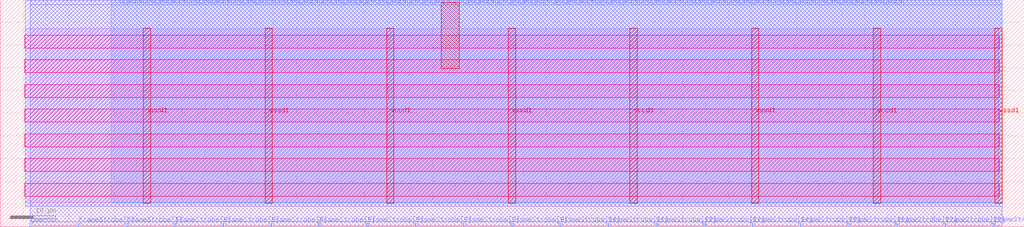
<source format=lef>
VERSION 5.7 ;
  NOWIREEXTENSIONATPIN ON ;
  DIVIDERCHAR "/" ;
  BUSBITCHARS "[]" ;
MACRO S_term_DSP
  CLASS BLOCK ;
  FOREIGN S_term_DSP ;
  ORIGIN 0.000 0.000 ;
  SIZE 225.000 BY 50.000 ;
  PIN FrameStrobe[0]
    DIRECTION INPUT ;
    USE SIGNAL ;
    ANTENNAGATEAREA 0.196500 ;
    PORT
      LAYER met2 ;
        RECT 17.110 0.000 17.390 0.800 ;
    END
  END FrameStrobe[0]
  PIN FrameStrobe[10]
    DIRECTION INPUT ;
    USE SIGNAL ;
    ANTENNAGATEAREA 0.196500 ;
    PORT
      LAYER met2 ;
        RECT 122.910 0.000 123.190 0.800 ;
    END
  END FrameStrobe[10]
  PIN FrameStrobe[11]
    DIRECTION INPUT ;
    USE SIGNAL ;
    ANTENNAGATEAREA 0.196500 ;
    PORT
      LAYER met2 ;
        RECT 133.490 0.000 133.770 0.800 ;
    END
  END FrameStrobe[11]
  PIN FrameStrobe[12]
    DIRECTION INPUT ;
    USE SIGNAL ;
    ANTENNAGATEAREA 0.196500 ;
    PORT
      LAYER met2 ;
        RECT 144.070 0.000 144.350 0.800 ;
    END
  END FrameStrobe[12]
  PIN FrameStrobe[13]
    DIRECTION INPUT ;
    USE SIGNAL ;
    ANTENNAGATEAREA 0.196500 ;
    PORT
      LAYER met2 ;
        RECT 154.650 0.000 154.930 0.800 ;
    END
  END FrameStrobe[13]
  PIN FrameStrobe[14]
    DIRECTION INPUT ;
    USE SIGNAL ;
    ANTENNAGATEAREA 0.196500 ;
    PORT
      LAYER met2 ;
        RECT 165.230 0.000 165.510 0.800 ;
    END
  END FrameStrobe[14]
  PIN FrameStrobe[15]
    DIRECTION INPUT ;
    USE SIGNAL ;
    ANTENNAGATEAREA 0.196500 ;
    PORT
      LAYER met2 ;
        RECT 175.810 0.000 176.090 0.800 ;
    END
  END FrameStrobe[15]
  PIN FrameStrobe[16]
    DIRECTION INPUT ;
    USE SIGNAL ;
    ANTENNAGATEAREA 0.196500 ;
    PORT
      LAYER met2 ;
        RECT 186.390 0.000 186.670 0.800 ;
    END
  END FrameStrobe[16]
  PIN FrameStrobe[17]
    DIRECTION INPUT ;
    USE SIGNAL ;
    ANTENNAGATEAREA 0.196500 ;
    PORT
      LAYER met2 ;
        RECT 196.970 0.000 197.250 0.800 ;
    END
  END FrameStrobe[17]
  PIN FrameStrobe[18]
    DIRECTION INPUT ;
    USE SIGNAL ;
    ANTENNAGATEAREA 0.196500 ;
    PORT
      LAYER met2 ;
        RECT 207.550 0.000 207.830 0.800 ;
    END
  END FrameStrobe[18]
  PIN FrameStrobe[19]
    DIRECTION INPUT ;
    USE SIGNAL ;
    ANTENNAGATEAREA 0.196500 ;
    PORT
      LAYER met2 ;
        RECT 218.130 0.000 218.410 0.800 ;
    END
  END FrameStrobe[19]
  PIN FrameStrobe[1]
    DIRECTION INPUT ;
    USE SIGNAL ;
    ANTENNAGATEAREA 0.196500 ;
    PORT
      LAYER met2 ;
        RECT 27.690 0.000 27.970 0.800 ;
    END
  END FrameStrobe[1]
  PIN FrameStrobe[2]
    DIRECTION INPUT ;
    USE SIGNAL ;
    ANTENNAGATEAREA 0.196500 ;
    PORT
      LAYER met2 ;
        RECT 38.270 0.000 38.550 0.800 ;
    END
  END FrameStrobe[2]
  PIN FrameStrobe[3]
    DIRECTION INPUT ;
    USE SIGNAL ;
    ANTENNAGATEAREA 0.196500 ;
    PORT
      LAYER met2 ;
        RECT 48.850 0.000 49.130 0.800 ;
    END
  END FrameStrobe[3]
  PIN FrameStrobe[4]
    DIRECTION INPUT ;
    USE SIGNAL ;
    ANTENNAGATEAREA 0.196500 ;
    PORT
      LAYER met2 ;
        RECT 59.430 0.000 59.710 0.800 ;
    END
  END FrameStrobe[4]
  PIN FrameStrobe[5]
    DIRECTION INPUT ;
    USE SIGNAL ;
    ANTENNAGATEAREA 0.196500 ;
    PORT
      LAYER met2 ;
        RECT 70.010 0.000 70.290 0.800 ;
    END
  END FrameStrobe[5]
  PIN FrameStrobe[6]
    DIRECTION INPUT ;
    USE SIGNAL ;
    ANTENNAGATEAREA 0.196500 ;
    PORT
      LAYER met2 ;
        RECT 80.590 0.000 80.870 0.800 ;
    END
  END FrameStrobe[6]
  PIN FrameStrobe[7]
    DIRECTION INPUT ;
    USE SIGNAL ;
    ANTENNAGATEAREA 0.196500 ;
    PORT
      LAYER met2 ;
        RECT 91.170 0.000 91.450 0.800 ;
    END
  END FrameStrobe[7]
  PIN FrameStrobe[8]
    DIRECTION INPUT ;
    USE SIGNAL ;
    ANTENNAGATEAREA 0.196500 ;
    PORT
      LAYER met2 ;
        RECT 101.750 0.000 102.030 0.800 ;
    END
  END FrameStrobe[8]
  PIN FrameStrobe[9]
    DIRECTION INPUT ;
    USE SIGNAL ;
    ANTENNAGATEAREA 0.196500 ;
    PORT
      LAYER met2 ;
        RECT 112.330 0.000 112.610 0.800 ;
    END
  END FrameStrobe[9]
  PIN FrameStrobe_O[0]
    DIRECTION OUTPUT TRISTATE ;
    USE SIGNAL ;
    ANTENNADIFFAREA 0.795200 ;
    PORT
      LAYER met2 ;
        RECT 171.670 49.200 171.950 50.000 ;
    END
  END FrameStrobe_O[0]
  PIN FrameStrobe_O[10]
    DIRECTION OUTPUT TRISTATE ;
    USE SIGNAL ;
    ANTENNADIFFAREA 0.795200 ;
    PORT
      LAYER met2 ;
        RECT 185.470 49.200 185.750 50.000 ;
    END
  END FrameStrobe_O[10]
  PIN FrameStrobe_O[11]
    DIRECTION OUTPUT TRISTATE ;
    USE SIGNAL ;
    ANTENNADIFFAREA 0.795200 ;
    PORT
      LAYER met2 ;
        RECT 186.850 49.200 187.130 50.000 ;
    END
  END FrameStrobe_O[11]
  PIN FrameStrobe_O[12]
    DIRECTION OUTPUT TRISTATE ;
    USE SIGNAL ;
    ANTENNADIFFAREA 0.795200 ;
    PORT
      LAYER met2 ;
        RECT 188.230 49.200 188.510 50.000 ;
    END
  END FrameStrobe_O[12]
  PIN FrameStrobe_O[13]
    DIRECTION OUTPUT TRISTATE ;
    USE SIGNAL ;
    ANTENNADIFFAREA 0.795200 ;
    PORT
      LAYER met2 ;
        RECT 189.610 49.200 189.890 50.000 ;
    END
  END FrameStrobe_O[13]
  PIN FrameStrobe_O[14]
    DIRECTION OUTPUT TRISTATE ;
    USE SIGNAL ;
    ANTENNADIFFAREA 0.795200 ;
    PORT
      LAYER met2 ;
        RECT 190.990 49.200 191.270 50.000 ;
    END
  END FrameStrobe_O[14]
  PIN FrameStrobe_O[15]
    DIRECTION OUTPUT TRISTATE ;
    USE SIGNAL ;
    ANTENNADIFFAREA 0.795200 ;
    PORT
      LAYER met2 ;
        RECT 192.370 49.200 192.650 50.000 ;
    END
  END FrameStrobe_O[15]
  PIN FrameStrobe_O[16]
    DIRECTION OUTPUT TRISTATE ;
    USE SIGNAL ;
    ANTENNADIFFAREA 0.795200 ;
    PORT
      LAYER met2 ;
        RECT 193.750 49.200 194.030 50.000 ;
    END
  END FrameStrobe_O[16]
  PIN FrameStrobe_O[17]
    DIRECTION OUTPUT TRISTATE ;
    USE SIGNAL ;
    ANTENNADIFFAREA 0.795200 ;
    PORT
      LAYER met2 ;
        RECT 195.130 49.200 195.410 50.000 ;
    END
  END FrameStrobe_O[17]
  PIN FrameStrobe_O[18]
    DIRECTION OUTPUT TRISTATE ;
    USE SIGNAL ;
    ANTENNADIFFAREA 0.795200 ;
    PORT
      LAYER met2 ;
        RECT 196.510 49.200 196.790 50.000 ;
    END
  END FrameStrobe_O[18]
  PIN FrameStrobe_O[19]
    DIRECTION OUTPUT TRISTATE ;
    USE SIGNAL ;
    ANTENNADIFFAREA 0.795200 ;
    PORT
      LAYER met2 ;
        RECT 197.890 49.200 198.170 50.000 ;
    END
  END FrameStrobe_O[19]
  PIN FrameStrobe_O[1]
    DIRECTION OUTPUT TRISTATE ;
    USE SIGNAL ;
    ANTENNADIFFAREA 0.445500 ;
    PORT
      LAYER met2 ;
        RECT 173.050 49.200 173.330 50.000 ;
    END
  END FrameStrobe_O[1]
  PIN FrameStrobe_O[2]
    DIRECTION OUTPUT TRISTATE ;
    USE SIGNAL ;
    ANTENNADIFFAREA 0.445500 ;
    PORT
      LAYER met2 ;
        RECT 174.430 49.200 174.710 50.000 ;
    END
  END FrameStrobe_O[2]
  PIN FrameStrobe_O[3]
    DIRECTION OUTPUT TRISTATE ;
    USE SIGNAL ;
    ANTENNADIFFAREA 0.795200 ;
    PORT
      LAYER met2 ;
        RECT 175.810 49.200 176.090 50.000 ;
    END
  END FrameStrobe_O[3]
  PIN FrameStrobe_O[4]
    DIRECTION OUTPUT TRISTATE ;
    USE SIGNAL ;
    ANTENNADIFFAREA 0.795200 ;
    PORT
      LAYER met2 ;
        RECT 177.190 49.200 177.470 50.000 ;
    END
  END FrameStrobe_O[4]
  PIN FrameStrobe_O[5]
    DIRECTION OUTPUT TRISTATE ;
    USE SIGNAL ;
    ANTENNADIFFAREA 0.795200 ;
    PORT
      LAYER met2 ;
        RECT 178.570 49.200 178.850 50.000 ;
    END
  END FrameStrobe_O[5]
  PIN FrameStrobe_O[6]
    DIRECTION OUTPUT TRISTATE ;
    USE SIGNAL ;
    ANTENNADIFFAREA 0.795200 ;
    PORT
      LAYER met2 ;
        RECT 179.950 49.200 180.230 50.000 ;
    END
  END FrameStrobe_O[6]
  PIN FrameStrobe_O[7]
    DIRECTION OUTPUT TRISTATE ;
    USE SIGNAL ;
    ANTENNADIFFAREA 0.795200 ;
    PORT
      LAYER met2 ;
        RECT 181.330 49.200 181.610 50.000 ;
    END
  END FrameStrobe_O[7]
  PIN FrameStrobe_O[8]
    DIRECTION OUTPUT TRISTATE ;
    USE SIGNAL ;
    ANTENNADIFFAREA 0.795200 ;
    PORT
      LAYER met2 ;
        RECT 182.710 49.200 182.990 50.000 ;
    END
  END FrameStrobe_O[8]
  PIN FrameStrobe_O[9]
    DIRECTION OUTPUT TRISTATE ;
    USE SIGNAL ;
    ANTENNADIFFAREA 0.795200 ;
    PORT
      LAYER met2 ;
        RECT 184.090 49.200 184.370 50.000 ;
    END
  END FrameStrobe_O[9]
  PIN N1BEG[0]
    DIRECTION OUTPUT TRISTATE ;
    USE SIGNAL ;
    ANTENNADIFFAREA 0.795200 ;
    PORT
      LAYER met2 ;
        RECT 26.770 49.200 27.050 50.000 ;
    END
  END N1BEG[0]
  PIN N1BEG[1]
    DIRECTION OUTPUT TRISTATE ;
    USE SIGNAL ;
    ANTENNADIFFAREA 0.795200 ;
    PORT
      LAYER met2 ;
        RECT 28.150 49.200 28.430 50.000 ;
    END
  END N1BEG[1]
  PIN N1BEG[2]
    DIRECTION OUTPUT TRISTATE ;
    USE SIGNAL ;
    ANTENNADIFFAREA 0.795200 ;
    PORT
      LAYER met2 ;
        RECT 29.530 49.200 29.810 50.000 ;
    END
  END N1BEG[2]
  PIN N1BEG[3]
    DIRECTION OUTPUT TRISTATE ;
    USE SIGNAL ;
    ANTENNADIFFAREA 0.795200 ;
    PORT
      LAYER met2 ;
        RECT 30.910 49.200 31.190 50.000 ;
    END
  END N1BEG[3]
  PIN N2BEG[0]
    DIRECTION OUTPUT TRISTATE ;
    USE SIGNAL ;
    ANTENNADIFFAREA 0.445500 ;
    PORT
      LAYER met2 ;
        RECT 32.290 49.200 32.570 50.000 ;
    END
  END N2BEG[0]
  PIN N2BEG[1]
    DIRECTION OUTPUT TRISTATE ;
    USE SIGNAL ;
    ANTENNADIFFAREA 0.795200 ;
    PORT
      LAYER met2 ;
        RECT 33.670 49.200 33.950 50.000 ;
    END
  END N2BEG[1]
  PIN N2BEG[2]
    DIRECTION OUTPUT TRISTATE ;
    USE SIGNAL ;
    ANTENNADIFFAREA 0.795200 ;
    PORT
      LAYER met2 ;
        RECT 35.050 49.200 35.330 50.000 ;
    END
  END N2BEG[2]
  PIN N2BEG[3]
    DIRECTION OUTPUT TRISTATE ;
    USE SIGNAL ;
    ANTENNADIFFAREA 0.445500 ;
    PORT
      LAYER met2 ;
        RECT 36.430 49.200 36.710 50.000 ;
    END
  END N2BEG[3]
  PIN N2BEG[4]
    DIRECTION OUTPUT TRISTATE ;
    USE SIGNAL ;
    ANTENNADIFFAREA 0.445500 ;
    PORT
      LAYER met2 ;
        RECT 37.810 49.200 38.090 50.000 ;
    END
  END N2BEG[4]
  PIN N2BEG[5]
    DIRECTION OUTPUT TRISTATE ;
    USE SIGNAL ;
    ANTENNADIFFAREA 0.795200 ;
    PORT
      LAYER met2 ;
        RECT 39.190 49.200 39.470 50.000 ;
    END
  END N2BEG[5]
  PIN N2BEG[6]
    DIRECTION OUTPUT TRISTATE ;
    USE SIGNAL ;
    ANTENNADIFFAREA 0.445500 ;
    PORT
      LAYER met2 ;
        RECT 40.570 49.200 40.850 50.000 ;
    END
  END N2BEG[6]
  PIN N2BEG[7]
    DIRECTION OUTPUT TRISTATE ;
    USE SIGNAL ;
    ANTENNADIFFAREA 0.795200 ;
    PORT
      LAYER met2 ;
        RECT 41.950 49.200 42.230 50.000 ;
    END
  END N2BEG[7]
  PIN N2BEGb[0]
    DIRECTION OUTPUT TRISTATE ;
    USE SIGNAL ;
    ANTENNADIFFAREA 0.795200 ;
    PORT
      LAYER met2 ;
        RECT 43.330 49.200 43.610 50.000 ;
    END
  END N2BEGb[0]
  PIN N2BEGb[1]
    DIRECTION OUTPUT TRISTATE ;
    USE SIGNAL ;
    ANTENNADIFFAREA 0.445500 ;
    PORT
      LAYER met2 ;
        RECT 44.710 49.200 44.990 50.000 ;
    END
  END N2BEGb[1]
  PIN N2BEGb[2]
    DIRECTION OUTPUT TRISTATE ;
    USE SIGNAL ;
    ANTENNADIFFAREA 0.795200 ;
    PORT
      LAYER met2 ;
        RECT 46.090 49.200 46.370 50.000 ;
    END
  END N2BEGb[2]
  PIN N2BEGb[3]
    DIRECTION OUTPUT TRISTATE ;
    USE SIGNAL ;
    ANTENNADIFFAREA 0.445500 ;
    PORT
      LAYER met2 ;
        RECT 47.470 49.200 47.750 50.000 ;
    END
  END N2BEGb[3]
  PIN N2BEGb[4]
    DIRECTION OUTPUT TRISTATE ;
    USE SIGNAL ;
    ANTENNADIFFAREA 0.795200 ;
    PORT
      LAYER met2 ;
        RECT 48.850 49.200 49.130 50.000 ;
    END
  END N2BEGb[4]
  PIN N2BEGb[5]
    DIRECTION OUTPUT TRISTATE ;
    USE SIGNAL ;
    ANTENNADIFFAREA 0.795200 ;
    PORT
      LAYER met2 ;
        RECT 50.230 49.200 50.510 50.000 ;
    END
  END N2BEGb[5]
  PIN N2BEGb[6]
    DIRECTION OUTPUT TRISTATE ;
    USE SIGNAL ;
    ANTENNADIFFAREA 0.445500 ;
    PORT
      LAYER met2 ;
        RECT 51.610 49.200 51.890 50.000 ;
    END
  END N2BEGb[6]
  PIN N2BEGb[7]
    DIRECTION OUTPUT TRISTATE ;
    USE SIGNAL ;
    ANTENNADIFFAREA 0.445500 ;
    PORT
      LAYER met2 ;
        RECT 52.990 49.200 53.270 50.000 ;
    END
  END N2BEGb[7]
  PIN N4BEG[0]
    DIRECTION OUTPUT TRISTATE ;
    USE SIGNAL ;
    ANTENNADIFFAREA 0.795200 ;
    PORT
      LAYER met2 ;
        RECT 54.370 49.200 54.650 50.000 ;
    END
  END N4BEG[0]
  PIN N4BEG[10]
    DIRECTION OUTPUT TRISTATE ;
    USE SIGNAL ;
    ANTENNADIFFAREA 0.445500 ;
    PORT
      LAYER met2 ;
        RECT 68.170 49.200 68.450 50.000 ;
    END
  END N4BEG[10]
  PIN N4BEG[11]
    DIRECTION OUTPUT TRISTATE ;
    USE SIGNAL ;
    ANTENNADIFFAREA 0.795200 ;
    PORT
      LAYER met2 ;
        RECT 69.550 49.200 69.830 50.000 ;
    END
  END N4BEG[11]
  PIN N4BEG[12]
    DIRECTION OUTPUT TRISTATE ;
    USE SIGNAL ;
    ANTENNADIFFAREA 0.795200 ;
    PORT
      LAYER met2 ;
        RECT 70.930 49.200 71.210 50.000 ;
    END
  END N4BEG[12]
  PIN N4BEG[13]
    DIRECTION OUTPUT TRISTATE ;
    USE SIGNAL ;
    ANTENNADIFFAREA 0.795200 ;
    PORT
      LAYER met2 ;
        RECT 72.310 49.200 72.590 50.000 ;
    END
  END N4BEG[13]
  PIN N4BEG[14]
    DIRECTION OUTPUT TRISTATE ;
    USE SIGNAL ;
    ANTENNADIFFAREA 0.445500 ;
    PORT
      LAYER met2 ;
        RECT 73.690 49.200 73.970 50.000 ;
    END
  END N4BEG[14]
  PIN N4BEG[15]
    DIRECTION OUTPUT TRISTATE ;
    USE SIGNAL ;
    ANTENNADIFFAREA 0.445500 ;
    PORT
      LAYER met2 ;
        RECT 75.070 49.200 75.350 50.000 ;
    END
  END N4BEG[15]
  PIN N4BEG[1]
    DIRECTION OUTPUT TRISTATE ;
    USE SIGNAL ;
    ANTENNADIFFAREA 0.795200 ;
    PORT
      LAYER met2 ;
        RECT 55.750 49.200 56.030 50.000 ;
    END
  END N4BEG[1]
  PIN N4BEG[2]
    DIRECTION OUTPUT TRISTATE ;
    USE SIGNAL ;
    ANTENNADIFFAREA 0.795200 ;
    PORT
      LAYER met2 ;
        RECT 57.130 49.200 57.410 50.000 ;
    END
  END N4BEG[2]
  PIN N4BEG[3]
    DIRECTION OUTPUT TRISTATE ;
    USE SIGNAL ;
    ANTENNADIFFAREA 0.795200 ;
    PORT
      LAYER met2 ;
        RECT 58.510 49.200 58.790 50.000 ;
    END
  END N4BEG[3]
  PIN N4BEG[4]
    DIRECTION OUTPUT TRISTATE ;
    USE SIGNAL ;
    ANTENNADIFFAREA 0.445500 ;
    PORT
      LAYER met2 ;
        RECT 59.890 49.200 60.170 50.000 ;
    END
  END N4BEG[4]
  PIN N4BEG[5]
    DIRECTION OUTPUT TRISTATE ;
    USE SIGNAL ;
    ANTENNADIFFAREA 0.795200 ;
    PORT
      LAYER met2 ;
        RECT 61.270 49.200 61.550 50.000 ;
    END
  END N4BEG[5]
  PIN N4BEG[6]
    DIRECTION OUTPUT TRISTATE ;
    USE SIGNAL ;
    ANTENNADIFFAREA 0.795200 ;
    PORT
      LAYER met2 ;
        RECT 62.650 49.200 62.930 50.000 ;
    END
  END N4BEG[6]
  PIN N4BEG[7]
    DIRECTION OUTPUT TRISTATE ;
    USE SIGNAL ;
    ANTENNADIFFAREA 0.445500 ;
    PORT
      LAYER met2 ;
        RECT 64.030 49.200 64.310 50.000 ;
    END
  END N4BEG[7]
  PIN N4BEG[8]
    DIRECTION OUTPUT TRISTATE ;
    USE SIGNAL ;
    ANTENNADIFFAREA 0.445500 ;
    PORT
      LAYER met2 ;
        RECT 65.410 49.200 65.690 50.000 ;
    END
  END N4BEG[8]
  PIN N4BEG[9]
    DIRECTION OUTPUT TRISTATE ;
    USE SIGNAL ;
    ANTENNADIFFAREA 0.795200 ;
    PORT
      LAYER met2 ;
        RECT 66.790 49.200 67.070 50.000 ;
    END
  END N4BEG[9]
  PIN NN4BEG[0]
    DIRECTION OUTPUT TRISTATE ;
    USE SIGNAL ;
    ANTENNADIFFAREA 0.795200 ;
    PORT
      LAYER met2 ;
        RECT 76.450 49.200 76.730 50.000 ;
    END
  END NN4BEG[0]
  PIN NN4BEG[10]
    DIRECTION OUTPUT TRISTATE ;
    USE SIGNAL ;
    ANTENNADIFFAREA 0.795200 ;
    PORT
      LAYER met2 ;
        RECT 90.250 49.200 90.530 50.000 ;
    END
  END NN4BEG[10]
  PIN NN4BEG[11]
    DIRECTION OUTPUT TRISTATE ;
    USE SIGNAL ;
    ANTENNADIFFAREA 0.445500 ;
    PORT
      LAYER met2 ;
        RECT 91.630 49.200 91.910 50.000 ;
    END
  END NN4BEG[11]
  PIN NN4BEG[12]
    DIRECTION OUTPUT TRISTATE ;
    USE SIGNAL ;
    ANTENNADIFFAREA 0.445500 ;
    PORT
      LAYER met2 ;
        RECT 93.010 49.200 93.290 50.000 ;
    END
  END NN4BEG[12]
  PIN NN4BEG[13]
    DIRECTION OUTPUT TRISTATE ;
    USE SIGNAL ;
    ANTENNADIFFAREA 0.445500 ;
    PORT
      LAYER met2 ;
        RECT 94.390 49.200 94.670 50.000 ;
    END
  END NN4BEG[13]
  PIN NN4BEG[14]
    DIRECTION OUTPUT TRISTATE ;
    USE SIGNAL ;
    ANTENNADIFFAREA 0.795200 ;
    PORT
      LAYER met2 ;
        RECT 95.770 49.200 96.050 50.000 ;
    END
  END NN4BEG[14]
  PIN NN4BEG[15]
    DIRECTION OUTPUT TRISTATE ;
    USE SIGNAL ;
    ANTENNADIFFAREA 0.795200 ;
    PORT
      LAYER met2 ;
        RECT 97.150 49.200 97.430 50.000 ;
    END
  END NN4BEG[15]
  PIN NN4BEG[1]
    DIRECTION OUTPUT TRISTATE ;
    USE SIGNAL ;
    ANTENNADIFFAREA 0.795200 ;
    PORT
      LAYER met2 ;
        RECT 77.830 49.200 78.110 50.000 ;
    END
  END NN4BEG[1]
  PIN NN4BEG[2]
    DIRECTION OUTPUT TRISTATE ;
    USE SIGNAL ;
    ANTENNADIFFAREA 0.445500 ;
    PORT
      LAYER met2 ;
        RECT 79.210 49.200 79.490 50.000 ;
    END
  END NN4BEG[2]
  PIN NN4BEG[3]
    DIRECTION OUTPUT TRISTATE ;
    USE SIGNAL ;
    ANTENNADIFFAREA 0.445500 ;
    PORT
      LAYER met2 ;
        RECT 80.590 49.200 80.870 50.000 ;
    END
  END NN4BEG[3]
  PIN NN4BEG[4]
    DIRECTION OUTPUT TRISTATE ;
    USE SIGNAL ;
    ANTENNADIFFAREA 0.795200 ;
    PORT
      LAYER met2 ;
        RECT 81.970 49.200 82.250 50.000 ;
    END
  END NN4BEG[4]
  PIN NN4BEG[5]
    DIRECTION OUTPUT TRISTATE ;
    USE SIGNAL ;
    ANTENNADIFFAREA 0.795200 ;
    PORT
      LAYER met2 ;
        RECT 83.350 49.200 83.630 50.000 ;
    END
  END NN4BEG[5]
  PIN NN4BEG[6]
    DIRECTION OUTPUT TRISTATE ;
    USE SIGNAL ;
    ANTENNADIFFAREA 0.795200 ;
    PORT
      LAYER met2 ;
        RECT 84.730 49.200 85.010 50.000 ;
    END
  END NN4BEG[6]
  PIN NN4BEG[7]
    DIRECTION OUTPUT TRISTATE ;
    USE SIGNAL ;
    ANTENNADIFFAREA 0.445500 ;
    PORT
      LAYER met2 ;
        RECT 86.110 49.200 86.390 50.000 ;
    END
  END NN4BEG[7]
  PIN NN4BEG[8]
    DIRECTION OUTPUT TRISTATE ;
    USE SIGNAL ;
    ANTENNADIFFAREA 0.445500 ;
    PORT
      LAYER met2 ;
        RECT 87.490 49.200 87.770 50.000 ;
    END
  END NN4BEG[8]
  PIN NN4BEG[9]
    DIRECTION OUTPUT TRISTATE ;
    USE SIGNAL ;
    ANTENNADIFFAREA 0.795200 ;
    PORT
      LAYER met2 ;
        RECT 88.870 49.200 89.150 50.000 ;
    END
  END NN4BEG[9]
  PIN S1END[0]
    DIRECTION INPUT ;
    USE SIGNAL ;
    ANTENNAGATEAREA 0.196500 ;
    PORT
      LAYER met2 ;
        RECT 98.530 49.200 98.810 50.000 ;
    END
  END S1END[0]
  PIN S1END[1]
    DIRECTION INPUT ;
    USE SIGNAL ;
    ANTENNAGATEAREA 0.196500 ;
    PORT
      LAYER met2 ;
        RECT 99.910 49.200 100.190 50.000 ;
    END
  END S1END[1]
  PIN S1END[2]
    DIRECTION INPUT ;
    USE SIGNAL ;
    ANTENNAGATEAREA 0.196500 ;
    PORT
      LAYER met2 ;
        RECT 101.290 49.200 101.570 50.000 ;
    END
  END S1END[2]
  PIN S1END[3]
    DIRECTION INPUT ;
    USE SIGNAL ;
    ANTENNAGATEAREA 0.196500 ;
    PORT
      LAYER met2 ;
        RECT 102.670 49.200 102.950 50.000 ;
    END
  END S1END[3]
  PIN S2END[0]
    DIRECTION INPUT ;
    USE SIGNAL ;
    ANTENNAGATEAREA 0.196500 ;
    PORT
      LAYER met2 ;
        RECT 104.050 49.200 104.330 50.000 ;
    END
  END S2END[0]
  PIN S2END[1]
    DIRECTION INPUT ;
    USE SIGNAL ;
    ANTENNAGATEAREA 0.196500 ;
    PORT
      LAYER met2 ;
        RECT 105.430 49.200 105.710 50.000 ;
    END
  END S2END[1]
  PIN S2END[2]
    DIRECTION INPUT ;
    USE SIGNAL ;
    ANTENNAGATEAREA 0.196500 ;
    PORT
      LAYER met2 ;
        RECT 106.810 49.200 107.090 50.000 ;
    END
  END S2END[2]
  PIN S2END[3]
    DIRECTION INPUT ;
    USE SIGNAL ;
    ANTENNAGATEAREA 0.196500 ;
    PORT
      LAYER met2 ;
        RECT 108.190 49.200 108.470 50.000 ;
    END
  END S2END[3]
  PIN S2END[4]
    DIRECTION INPUT ;
    USE SIGNAL ;
    ANTENNAGATEAREA 0.196500 ;
    PORT
      LAYER met2 ;
        RECT 109.570 49.200 109.850 50.000 ;
    END
  END S2END[4]
  PIN S2END[5]
    DIRECTION INPUT ;
    USE SIGNAL ;
    ANTENNAGATEAREA 0.196500 ;
    PORT
      LAYER met2 ;
        RECT 110.950 49.200 111.230 50.000 ;
    END
  END S2END[5]
  PIN S2END[6]
    DIRECTION INPUT ;
    USE SIGNAL ;
    ANTENNAGATEAREA 0.196500 ;
    PORT
      LAYER met2 ;
        RECT 112.330 49.200 112.610 50.000 ;
    END
  END S2END[6]
  PIN S2END[7]
    DIRECTION INPUT ;
    USE SIGNAL ;
    ANTENNAGATEAREA 0.196500 ;
    PORT
      LAYER met2 ;
        RECT 113.710 49.200 113.990 50.000 ;
    END
  END S2END[7]
  PIN S2MID[0]
    DIRECTION INPUT ;
    USE SIGNAL ;
    ANTENNAGATEAREA 0.196500 ;
    PORT
      LAYER met2 ;
        RECT 115.090 49.200 115.370 50.000 ;
    END
  END S2MID[0]
  PIN S2MID[1]
    DIRECTION INPUT ;
    USE SIGNAL ;
    ANTENNAGATEAREA 0.196500 ;
    PORT
      LAYER met2 ;
        RECT 116.470 49.200 116.750 50.000 ;
    END
  END S2MID[1]
  PIN S2MID[2]
    DIRECTION INPUT ;
    USE SIGNAL ;
    ANTENNAGATEAREA 0.196500 ;
    PORT
      LAYER met2 ;
        RECT 117.850 49.200 118.130 50.000 ;
    END
  END S2MID[2]
  PIN S2MID[3]
    DIRECTION INPUT ;
    USE SIGNAL ;
    ANTENNAGATEAREA 0.196500 ;
    PORT
      LAYER met2 ;
        RECT 119.230 49.200 119.510 50.000 ;
    END
  END S2MID[3]
  PIN S2MID[4]
    DIRECTION INPUT ;
    USE SIGNAL ;
    ANTENNAGATEAREA 0.196500 ;
    PORT
      LAYER met2 ;
        RECT 120.610 49.200 120.890 50.000 ;
    END
  END S2MID[4]
  PIN S2MID[5]
    DIRECTION INPUT ;
    USE SIGNAL ;
    ANTENNAGATEAREA 0.196500 ;
    PORT
      LAYER met2 ;
        RECT 121.990 49.200 122.270 50.000 ;
    END
  END S2MID[5]
  PIN S2MID[6]
    DIRECTION INPUT ;
    USE SIGNAL ;
    ANTENNAGATEAREA 0.196500 ;
    PORT
      LAYER met2 ;
        RECT 123.370 49.200 123.650 50.000 ;
    END
  END S2MID[6]
  PIN S2MID[7]
    DIRECTION INPUT ;
    USE SIGNAL ;
    ANTENNAGATEAREA 0.196500 ;
    PORT
      LAYER met2 ;
        RECT 124.750 49.200 125.030 50.000 ;
    END
  END S2MID[7]
  PIN S4END[0]
    DIRECTION INPUT ;
    USE SIGNAL ;
    ANTENNAGATEAREA 0.196500 ;
    PORT
      LAYER met2 ;
        RECT 126.130 49.200 126.410 50.000 ;
    END
  END S4END[0]
  PIN S4END[10]
    DIRECTION INPUT ;
    USE SIGNAL ;
    ANTENNAGATEAREA 0.196500 ;
    PORT
      LAYER met2 ;
        RECT 139.930 49.200 140.210 50.000 ;
    END
  END S4END[10]
  PIN S4END[11]
    DIRECTION INPUT ;
    USE SIGNAL ;
    ANTENNAGATEAREA 0.196500 ;
    PORT
      LAYER met2 ;
        RECT 141.310 49.200 141.590 50.000 ;
    END
  END S4END[11]
  PIN S4END[12]
    DIRECTION INPUT ;
    USE SIGNAL ;
    ANTENNAGATEAREA 0.196500 ;
    PORT
      LAYER met2 ;
        RECT 142.690 49.200 142.970 50.000 ;
    END
  END S4END[12]
  PIN S4END[13]
    DIRECTION INPUT ;
    USE SIGNAL ;
    ANTENNAGATEAREA 0.196500 ;
    PORT
      LAYER met2 ;
        RECT 144.070 49.200 144.350 50.000 ;
    END
  END S4END[13]
  PIN S4END[14]
    DIRECTION INPUT ;
    USE SIGNAL ;
    ANTENNAGATEAREA 0.196500 ;
    PORT
      LAYER met2 ;
        RECT 145.450 49.200 145.730 50.000 ;
    END
  END S4END[14]
  PIN S4END[15]
    DIRECTION INPUT ;
    USE SIGNAL ;
    ANTENNAGATEAREA 0.196500 ;
    PORT
      LAYER met2 ;
        RECT 146.830 49.200 147.110 50.000 ;
    END
  END S4END[15]
  PIN S4END[1]
    DIRECTION INPUT ;
    USE SIGNAL ;
    ANTENNAGATEAREA 0.196500 ;
    PORT
      LAYER met2 ;
        RECT 127.510 49.200 127.790 50.000 ;
    END
  END S4END[1]
  PIN S4END[2]
    DIRECTION INPUT ;
    USE SIGNAL ;
    ANTENNAGATEAREA 0.196500 ;
    PORT
      LAYER met2 ;
        RECT 128.890 49.200 129.170 50.000 ;
    END
  END S4END[2]
  PIN S4END[3]
    DIRECTION INPUT ;
    USE SIGNAL ;
    ANTENNAGATEAREA 0.196500 ;
    PORT
      LAYER met2 ;
        RECT 130.270 49.200 130.550 50.000 ;
    END
  END S4END[3]
  PIN S4END[4]
    DIRECTION INPUT ;
    USE SIGNAL ;
    ANTENNAGATEAREA 0.196500 ;
    PORT
      LAYER met2 ;
        RECT 131.650 49.200 131.930 50.000 ;
    END
  END S4END[4]
  PIN S4END[5]
    DIRECTION INPUT ;
    USE SIGNAL ;
    ANTENNAGATEAREA 0.196500 ;
    PORT
      LAYER met2 ;
        RECT 133.030 49.200 133.310 50.000 ;
    END
  END S4END[5]
  PIN S4END[6]
    DIRECTION INPUT ;
    USE SIGNAL ;
    ANTENNAGATEAREA 0.196500 ;
    PORT
      LAYER met2 ;
        RECT 134.410 49.200 134.690 50.000 ;
    END
  END S4END[6]
  PIN S4END[7]
    DIRECTION INPUT ;
    USE SIGNAL ;
    ANTENNAGATEAREA 0.196500 ;
    PORT
      LAYER met2 ;
        RECT 135.790 49.200 136.070 50.000 ;
    END
  END S4END[7]
  PIN S4END[8]
    DIRECTION INPUT ;
    USE SIGNAL ;
    ANTENNAGATEAREA 0.196500 ;
    PORT
      LAYER met2 ;
        RECT 137.170 49.200 137.450 50.000 ;
    END
  END S4END[8]
  PIN S4END[9]
    DIRECTION INPUT ;
    USE SIGNAL ;
    ANTENNAGATEAREA 0.196500 ;
    PORT
      LAYER met2 ;
        RECT 138.550 49.200 138.830 50.000 ;
    END
  END S4END[9]
  PIN SS4END[0]
    DIRECTION INPUT ;
    USE SIGNAL ;
    ANTENNAGATEAREA 0.196500 ;
    PORT
      LAYER met2 ;
        RECT 148.210 49.200 148.490 50.000 ;
    END
  END SS4END[0]
  PIN SS4END[10]
    DIRECTION INPUT ;
    USE SIGNAL ;
    ANTENNAGATEAREA 0.196500 ;
    PORT
      LAYER met2 ;
        RECT 162.010 49.200 162.290 50.000 ;
    END
  END SS4END[10]
  PIN SS4END[11]
    DIRECTION INPUT ;
    USE SIGNAL ;
    ANTENNAGATEAREA 0.196500 ;
    PORT
      LAYER met2 ;
        RECT 163.390 49.200 163.670 50.000 ;
    END
  END SS4END[11]
  PIN SS4END[12]
    DIRECTION INPUT ;
    USE SIGNAL ;
    ANTENNAGATEAREA 0.196500 ;
    PORT
      LAYER met2 ;
        RECT 164.770 49.200 165.050 50.000 ;
    END
  END SS4END[12]
  PIN SS4END[13]
    DIRECTION INPUT ;
    USE SIGNAL ;
    ANTENNAGATEAREA 0.196500 ;
    PORT
      LAYER met2 ;
        RECT 166.150 49.200 166.430 50.000 ;
    END
  END SS4END[13]
  PIN SS4END[14]
    DIRECTION INPUT ;
    USE SIGNAL ;
    ANTENNAGATEAREA 0.196500 ;
    PORT
      LAYER met2 ;
        RECT 167.530 49.200 167.810 50.000 ;
    END
  END SS4END[14]
  PIN SS4END[15]
    DIRECTION INPUT ;
    USE SIGNAL ;
    ANTENNAGATEAREA 0.196500 ;
    PORT
      LAYER met2 ;
        RECT 168.910 49.200 169.190 50.000 ;
    END
  END SS4END[15]
  PIN SS4END[1]
    DIRECTION INPUT ;
    USE SIGNAL ;
    ANTENNAGATEAREA 0.196500 ;
    PORT
      LAYER met2 ;
        RECT 149.590 49.200 149.870 50.000 ;
    END
  END SS4END[1]
  PIN SS4END[2]
    DIRECTION INPUT ;
    USE SIGNAL ;
    ANTENNAGATEAREA 0.196500 ;
    PORT
      LAYER met2 ;
        RECT 150.970 49.200 151.250 50.000 ;
    END
  END SS4END[2]
  PIN SS4END[3]
    DIRECTION INPUT ;
    USE SIGNAL ;
    ANTENNAGATEAREA 0.196500 ;
    PORT
      LAYER met2 ;
        RECT 152.350 49.200 152.630 50.000 ;
    END
  END SS4END[3]
  PIN SS4END[4]
    DIRECTION INPUT ;
    USE SIGNAL ;
    ANTENNAGATEAREA 0.196500 ;
    PORT
      LAYER met2 ;
        RECT 153.730 49.200 154.010 50.000 ;
    END
  END SS4END[4]
  PIN SS4END[5]
    DIRECTION INPUT ;
    USE SIGNAL ;
    ANTENNAGATEAREA 0.196500 ;
    PORT
      LAYER met2 ;
        RECT 155.110 49.200 155.390 50.000 ;
    END
  END SS4END[5]
  PIN SS4END[6]
    DIRECTION INPUT ;
    USE SIGNAL ;
    ANTENNAGATEAREA 0.196500 ;
    PORT
      LAYER met2 ;
        RECT 156.490 49.200 156.770 50.000 ;
    END
  END SS4END[6]
  PIN SS4END[7]
    DIRECTION INPUT ;
    USE SIGNAL ;
    ANTENNAGATEAREA 0.196500 ;
    PORT
      LAYER met2 ;
        RECT 157.870 49.200 158.150 50.000 ;
    END
  END SS4END[7]
  PIN SS4END[8]
    DIRECTION INPUT ;
    USE SIGNAL ;
    ANTENNAGATEAREA 0.196500 ;
    PORT
      LAYER met2 ;
        RECT 159.250 49.200 159.530 50.000 ;
    END
  END SS4END[8]
  PIN SS4END[9]
    DIRECTION INPUT ;
    USE SIGNAL ;
    ANTENNAGATEAREA 0.196500 ;
    PORT
      LAYER met2 ;
        RECT 160.630 49.200 160.910 50.000 ;
    END
  END SS4END[9]
  PIN UserCLK
    DIRECTION INPUT ;
    USE SIGNAL ;
    ANTENNAGATEAREA 0.196500 ;
    PORT
      LAYER met2 ;
        RECT 6.530 0.000 6.810 0.800 ;
    END
  END UserCLK
  PIN UserCLKo
    DIRECTION OUTPUT TRISTATE ;
    USE SIGNAL ;
    ANTENNADIFFAREA 0.445500 ;
    PORT
      LAYER met2 ;
        RECT 170.290 49.200 170.570 50.000 ;
    END
  END UserCLKo
  PIN vccd1
    DIRECTION INOUT ;
    USE POWER ;
    PORT
      LAYER met4 ;
        RECT 31.455 5.200 33.055 43.760 ;
    END
    PORT
      LAYER met4 ;
        RECT 84.925 5.200 86.525 43.760 ;
    END
    PORT
      LAYER met4 ;
        RECT 138.395 5.200 139.995 43.760 ;
    END
    PORT
      LAYER met4 ;
        RECT 191.865 5.200 193.465 43.760 ;
    END
  END vccd1
  PIN vssd1
    DIRECTION INOUT ;
    USE GROUND ;
    PORT
      LAYER met4 ;
        RECT 58.190 5.200 59.790 43.760 ;
    END
    PORT
      LAYER met4 ;
        RECT 111.660 5.200 113.260 43.760 ;
    END
    PORT
      LAYER met4 ;
        RECT 165.130 5.200 166.730 43.760 ;
    END
    PORT
      LAYER met4 ;
        RECT 218.600 5.200 220.200 43.760 ;
    END
  END vssd1
  OBS
      LAYER nwell ;
        RECT 5.330 39.385 219.610 42.215 ;
        RECT 5.330 33.945 219.610 36.775 ;
        RECT 5.330 28.505 219.610 31.335 ;
        RECT 5.330 23.065 219.610 25.895 ;
        RECT 5.330 17.625 219.610 20.455 ;
        RECT 5.330 12.185 219.610 15.015 ;
        RECT 5.330 6.745 219.610 9.575 ;
      LAYER li1 ;
        RECT 5.520 5.355 219.420 43.605 ;
      LAYER met1 ;
        RECT 5.520 4.460 220.200 49.940 ;
      LAYER met2 ;
        RECT 6.540 48.920 26.490 49.970 ;
        RECT 27.330 48.920 27.870 49.970 ;
        RECT 28.710 48.920 29.250 49.970 ;
        RECT 30.090 48.920 30.630 49.970 ;
        RECT 31.470 48.920 32.010 49.970 ;
        RECT 32.850 48.920 33.390 49.970 ;
        RECT 34.230 48.920 34.770 49.970 ;
        RECT 35.610 48.920 36.150 49.970 ;
        RECT 36.990 48.920 37.530 49.970 ;
        RECT 38.370 48.920 38.910 49.970 ;
        RECT 39.750 48.920 40.290 49.970 ;
        RECT 41.130 48.920 41.670 49.970 ;
        RECT 42.510 48.920 43.050 49.970 ;
        RECT 43.890 48.920 44.430 49.970 ;
        RECT 45.270 48.920 45.810 49.970 ;
        RECT 46.650 48.920 47.190 49.970 ;
        RECT 48.030 48.920 48.570 49.970 ;
        RECT 49.410 48.920 49.950 49.970 ;
        RECT 50.790 48.920 51.330 49.970 ;
        RECT 52.170 48.920 52.710 49.970 ;
        RECT 53.550 48.920 54.090 49.970 ;
        RECT 54.930 48.920 55.470 49.970 ;
        RECT 56.310 48.920 56.850 49.970 ;
        RECT 57.690 48.920 58.230 49.970 ;
        RECT 59.070 48.920 59.610 49.970 ;
        RECT 60.450 48.920 60.990 49.970 ;
        RECT 61.830 48.920 62.370 49.970 ;
        RECT 63.210 48.920 63.750 49.970 ;
        RECT 64.590 48.920 65.130 49.970 ;
        RECT 65.970 48.920 66.510 49.970 ;
        RECT 67.350 48.920 67.890 49.970 ;
        RECT 68.730 48.920 69.270 49.970 ;
        RECT 70.110 48.920 70.650 49.970 ;
        RECT 71.490 48.920 72.030 49.970 ;
        RECT 72.870 48.920 73.410 49.970 ;
        RECT 74.250 48.920 74.790 49.970 ;
        RECT 75.630 48.920 76.170 49.970 ;
        RECT 77.010 48.920 77.550 49.970 ;
        RECT 78.390 48.920 78.930 49.970 ;
        RECT 79.770 48.920 80.310 49.970 ;
        RECT 81.150 48.920 81.690 49.970 ;
        RECT 82.530 48.920 83.070 49.970 ;
        RECT 83.910 48.920 84.450 49.970 ;
        RECT 85.290 48.920 85.830 49.970 ;
        RECT 86.670 48.920 87.210 49.970 ;
        RECT 88.050 48.920 88.590 49.970 ;
        RECT 89.430 48.920 89.970 49.970 ;
        RECT 90.810 48.920 91.350 49.970 ;
        RECT 92.190 48.920 92.730 49.970 ;
        RECT 93.570 48.920 94.110 49.970 ;
        RECT 94.950 48.920 95.490 49.970 ;
        RECT 96.330 48.920 96.870 49.970 ;
        RECT 97.710 48.920 98.250 49.970 ;
        RECT 99.090 48.920 99.630 49.970 ;
        RECT 100.470 48.920 101.010 49.970 ;
        RECT 101.850 48.920 102.390 49.970 ;
        RECT 103.230 48.920 103.770 49.970 ;
        RECT 104.610 48.920 105.150 49.970 ;
        RECT 105.990 48.920 106.530 49.970 ;
        RECT 107.370 48.920 107.910 49.970 ;
        RECT 108.750 48.920 109.290 49.970 ;
        RECT 110.130 48.920 110.670 49.970 ;
        RECT 111.510 48.920 112.050 49.970 ;
        RECT 112.890 48.920 113.430 49.970 ;
        RECT 114.270 48.920 114.810 49.970 ;
        RECT 115.650 48.920 116.190 49.970 ;
        RECT 117.030 48.920 117.570 49.970 ;
        RECT 118.410 48.920 118.950 49.970 ;
        RECT 119.790 48.920 120.330 49.970 ;
        RECT 121.170 48.920 121.710 49.970 ;
        RECT 122.550 48.920 123.090 49.970 ;
        RECT 123.930 48.920 124.470 49.970 ;
        RECT 125.310 48.920 125.850 49.970 ;
        RECT 126.690 48.920 127.230 49.970 ;
        RECT 128.070 48.920 128.610 49.970 ;
        RECT 129.450 48.920 129.990 49.970 ;
        RECT 130.830 48.920 131.370 49.970 ;
        RECT 132.210 48.920 132.750 49.970 ;
        RECT 133.590 48.920 134.130 49.970 ;
        RECT 134.970 48.920 135.510 49.970 ;
        RECT 136.350 48.920 136.890 49.970 ;
        RECT 137.730 48.920 138.270 49.970 ;
        RECT 139.110 48.920 139.650 49.970 ;
        RECT 140.490 48.920 141.030 49.970 ;
        RECT 141.870 48.920 142.410 49.970 ;
        RECT 143.250 48.920 143.790 49.970 ;
        RECT 144.630 48.920 145.170 49.970 ;
        RECT 146.010 48.920 146.550 49.970 ;
        RECT 147.390 48.920 147.930 49.970 ;
        RECT 148.770 48.920 149.310 49.970 ;
        RECT 150.150 48.920 150.690 49.970 ;
        RECT 151.530 48.920 152.070 49.970 ;
        RECT 152.910 48.920 153.450 49.970 ;
        RECT 154.290 48.920 154.830 49.970 ;
        RECT 155.670 48.920 156.210 49.970 ;
        RECT 157.050 48.920 157.590 49.970 ;
        RECT 158.430 48.920 158.970 49.970 ;
        RECT 159.810 48.920 160.350 49.970 ;
        RECT 161.190 48.920 161.730 49.970 ;
        RECT 162.570 48.920 163.110 49.970 ;
        RECT 163.950 48.920 164.490 49.970 ;
        RECT 165.330 48.920 165.870 49.970 ;
        RECT 166.710 48.920 167.250 49.970 ;
        RECT 168.090 48.920 168.630 49.970 ;
        RECT 169.470 48.920 170.010 49.970 ;
        RECT 170.850 48.920 171.390 49.970 ;
        RECT 172.230 48.920 172.770 49.970 ;
        RECT 173.610 48.920 174.150 49.970 ;
        RECT 174.990 48.920 175.530 49.970 ;
        RECT 176.370 48.920 176.910 49.970 ;
        RECT 177.750 48.920 178.290 49.970 ;
        RECT 179.130 48.920 179.670 49.970 ;
        RECT 180.510 48.920 181.050 49.970 ;
        RECT 181.890 48.920 182.430 49.970 ;
        RECT 183.270 48.920 183.810 49.970 ;
        RECT 184.650 48.920 185.190 49.970 ;
        RECT 186.030 48.920 186.570 49.970 ;
        RECT 187.410 48.920 187.950 49.970 ;
        RECT 188.790 48.920 189.330 49.970 ;
        RECT 190.170 48.920 190.710 49.970 ;
        RECT 191.550 48.920 192.090 49.970 ;
        RECT 192.930 48.920 193.470 49.970 ;
        RECT 194.310 48.920 194.850 49.970 ;
        RECT 195.690 48.920 196.230 49.970 ;
        RECT 197.070 48.920 197.610 49.970 ;
        RECT 198.450 48.920 220.170 49.970 ;
        RECT 6.540 1.080 220.170 48.920 ;
        RECT 7.090 0.270 16.830 1.080 ;
        RECT 17.670 0.270 27.410 1.080 ;
        RECT 28.250 0.270 37.990 1.080 ;
        RECT 38.830 0.270 48.570 1.080 ;
        RECT 49.410 0.270 59.150 1.080 ;
        RECT 59.990 0.270 69.730 1.080 ;
        RECT 70.570 0.270 80.310 1.080 ;
        RECT 81.150 0.270 90.890 1.080 ;
        RECT 91.730 0.270 101.470 1.080 ;
        RECT 102.310 0.270 112.050 1.080 ;
        RECT 112.890 0.270 122.630 1.080 ;
        RECT 123.470 0.270 133.210 1.080 ;
        RECT 134.050 0.270 143.790 1.080 ;
        RECT 144.630 0.270 154.370 1.080 ;
        RECT 155.210 0.270 164.950 1.080 ;
        RECT 165.790 0.270 175.530 1.080 ;
        RECT 176.370 0.270 186.110 1.080 ;
        RECT 186.950 0.270 196.690 1.080 ;
        RECT 197.530 0.270 207.270 1.080 ;
        RECT 208.110 0.270 217.850 1.080 ;
        RECT 218.690 0.270 220.170 1.080 ;
      LAYER met3 ;
        RECT 24.445 5.275 220.190 49.465 ;
      LAYER met4 ;
        RECT 96.895 34.855 100.905 49.465 ;
  END
END S_term_DSP
END LIBRARY


</source>
